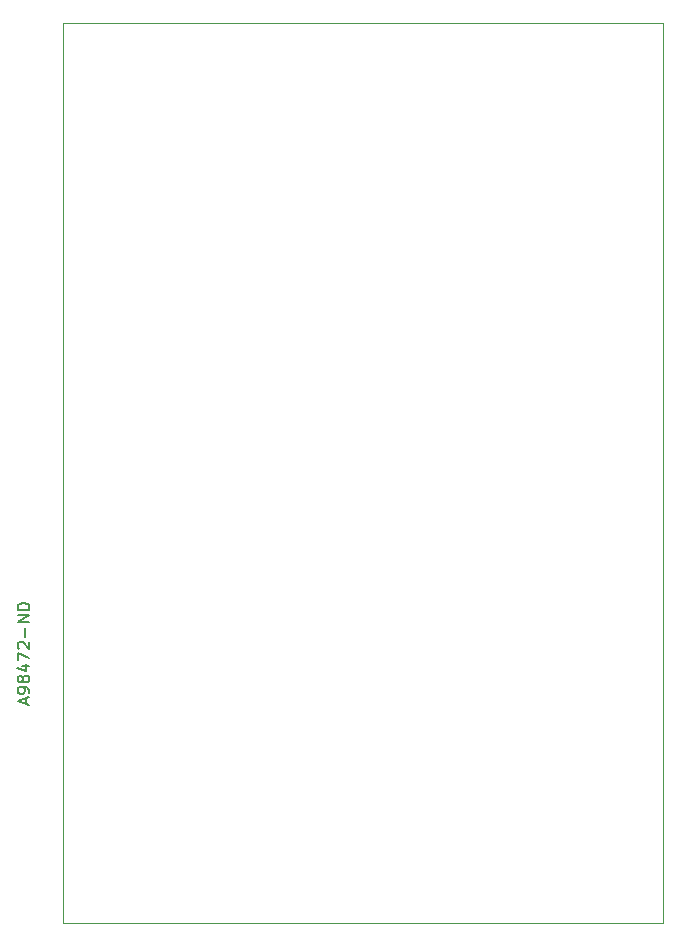
<source format=gbr>
G04 #@! TF.GenerationSoftware,KiCad,Pcbnew,(5.1.5)-3*
G04 #@! TF.CreationDate,2020-05-06T00:03:28-04:00*
G04 #@! TF.ProjectId,Pwr_Diff_Expansion,5077725f-4469-4666-965f-457870616e73,v1*
G04 #@! TF.SameCoordinates,Original*
G04 #@! TF.FileFunction,OtherDrawing,Comment*
%FSLAX46Y46*%
G04 Gerber Fmt 4.6, Leading zero omitted, Abs format (unit mm)*
G04 Created by KiCad (PCBNEW (5.1.5)-3) date 2020-05-06 00:03:28*
%MOMM*%
%LPD*%
G04 APERTURE LIST*
%ADD10C,0.120000*%
%ADD11C,0.150000*%
G04 APERTURE END LIST*
D10*
X128761000Y-73219800D02*
X128761000Y-149419800D01*
X77961000Y-73219800D02*
X128761000Y-73219800D01*
X77961000Y-149419800D02*
X77961000Y-73219800D01*
X77961000Y-149419800D02*
X128761000Y-149419800D01*
D11*
X74867666Y-130879704D02*
X74867666Y-130403514D01*
X75153380Y-130974942D02*
X74153380Y-130641609D01*
X75153380Y-130308276D01*
X75153380Y-129927323D02*
X75153380Y-129736847D01*
X75105761Y-129641609D01*
X75058142Y-129593990D01*
X74915285Y-129498752D01*
X74724809Y-129451133D01*
X74343857Y-129451133D01*
X74248619Y-129498752D01*
X74201000Y-129546371D01*
X74153380Y-129641609D01*
X74153380Y-129832085D01*
X74201000Y-129927323D01*
X74248619Y-129974942D01*
X74343857Y-130022561D01*
X74581952Y-130022561D01*
X74677190Y-129974942D01*
X74724809Y-129927323D01*
X74772428Y-129832085D01*
X74772428Y-129641609D01*
X74724809Y-129546371D01*
X74677190Y-129498752D01*
X74581952Y-129451133D01*
X74581952Y-128879704D02*
X74534333Y-128974942D01*
X74486714Y-129022561D01*
X74391476Y-129070180D01*
X74343857Y-129070180D01*
X74248619Y-129022561D01*
X74201000Y-128974942D01*
X74153380Y-128879704D01*
X74153380Y-128689228D01*
X74201000Y-128593990D01*
X74248619Y-128546371D01*
X74343857Y-128498752D01*
X74391476Y-128498752D01*
X74486714Y-128546371D01*
X74534333Y-128593990D01*
X74581952Y-128689228D01*
X74581952Y-128879704D01*
X74629571Y-128974942D01*
X74677190Y-129022561D01*
X74772428Y-129070180D01*
X74962904Y-129070180D01*
X75058142Y-129022561D01*
X75105761Y-128974942D01*
X75153380Y-128879704D01*
X75153380Y-128689228D01*
X75105761Y-128593990D01*
X75058142Y-128546371D01*
X74962904Y-128498752D01*
X74772428Y-128498752D01*
X74677190Y-128546371D01*
X74629571Y-128593990D01*
X74581952Y-128689228D01*
X74486714Y-127641609D02*
X75153380Y-127641609D01*
X74105761Y-127879704D02*
X74820047Y-128117800D01*
X74820047Y-127498752D01*
X74153380Y-127213038D02*
X74153380Y-126546371D01*
X75153380Y-126974942D01*
X74248619Y-126213038D02*
X74201000Y-126165419D01*
X74153380Y-126070180D01*
X74153380Y-125832085D01*
X74201000Y-125736847D01*
X74248619Y-125689228D01*
X74343857Y-125641609D01*
X74439095Y-125641609D01*
X74581952Y-125689228D01*
X75153380Y-126260657D01*
X75153380Y-125641609D01*
X74772428Y-125213038D02*
X74772428Y-124451133D01*
X75153380Y-123974942D02*
X74153380Y-123974942D01*
X75153380Y-123403514D01*
X74153380Y-123403514D01*
X75153380Y-122927323D02*
X74153380Y-122927323D01*
X74153380Y-122689228D01*
X74201000Y-122546371D01*
X74296238Y-122451133D01*
X74391476Y-122403514D01*
X74581952Y-122355895D01*
X74724809Y-122355895D01*
X74915285Y-122403514D01*
X75010523Y-122451133D01*
X75105761Y-122546371D01*
X75153380Y-122689228D01*
X75153380Y-122927323D01*
X74867666Y-130879704D02*
X74867666Y-130403514D01*
X75153380Y-130974942D02*
X74153380Y-130641609D01*
X75153380Y-130308276D01*
X75153380Y-129927323D02*
X75153380Y-129736847D01*
X75105761Y-129641609D01*
X75058142Y-129593990D01*
X74915285Y-129498752D01*
X74724809Y-129451133D01*
X74343857Y-129451133D01*
X74248619Y-129498752D01*
X74201000Y-129546371D01*
X74153380Y-129641609D01*
X74153380Y-129832085D01*
X74201000Y-129927323D01*
X74248619Y-129974942D01*
X74343857Y-130022561D01*
X74581952Y-130022561D01*
X74677190Y-129974942D01*
X74724809Y-129927323D01*
X74772428Y-129832085D01*
X74772428Y-129641609D01*
X74724809Y-129546371D01*
X74677190Y-129498752D01*
X74581952Y-129451133D01*
X74581952Y-128879704D02*
X74534333Y-128974942D01*
X74486714Y-129022561D01*
X74391476Y-129070180D01*
X74343857Y-129070180D01*
X74248619Y-129022561D01*
X74201000Y-128974942D01*
X74153380Y-128879704D01*
X74153380Y-128689228D01*
X74201000Y-128593990D01*
X74248619Y-128546371D01*
X74343857Y-128498752D01*
X74391476Y-128498752D01*
X74486714Y-128546371D01*
X74534333Y-128593990D01*
X74581952Y-128689228D01*
X74581952Y-128879704D01*
X74629571Y-128974942D01*
X74677190Y-129022561D01*
X74772428Y-129070180D01*
X74962904Y-129070180D01*
X75058142Y-129022561D01*
X75105761Y-128974942D01*
X75153380Y-128879704D01*
X75153380Y-128689228D01*
X75105761Y-128593990D01*
X75058142Y-128546371D01*
X74962904Y-128498752D01*
X74772428Y-128498752D01*
X74677190Y-128546371D01*
X74629571Y-128593990D01*
X74581952Y-128689228D01*
X74486714Y-127641609D02*
X75153380Y-127641609D01*
X74105761Y-127879704D02*
X74820047Y-128117800D01*
X74820047Y-127498752D01*
X74153380Y-127213038D02*
X74153380Y-126546371D01*
X75153380Y-126974942D01*
X74248619Y-126213038D02*
X74201000Y-126165419D01*
X74153380Y-126070180D01*
X74153380Y-125832085D01*
X74201000Y-125736847D01*
X74248619Y-125689228D01*
X74343857Y-125641609D01*
X74439095Y-125641609D01*
X74581952Y-125689228D01*
X75153380Y-126260657D01*
X75153380Y-125641609D01*
X74772428Y-125213038D02*
X74772428Y-124451133D01*
X75153380Y-123974942D02*
X74153380Y-123974942D01*
X75153380Y-123403514D01*
X74153380Y-123403514D01*
X75153380Y-122927323D02*
X74153380Y-122927323D01*
X74153380Y-122689228D01*
X74201000Y-122546371D01*
X74296238Y-122451133D01*
X74391476Y-122403514D01*
X74581952Y-122355895D01*
X74724809Y-122355895D01*
X74915285Y-122403514D01*
X75010523Y-122451133D01*
X75105761Y-122546371D01*
X75153380Y-122689228D01*
X75153380Y-122927323D01*
M02*

</source>
